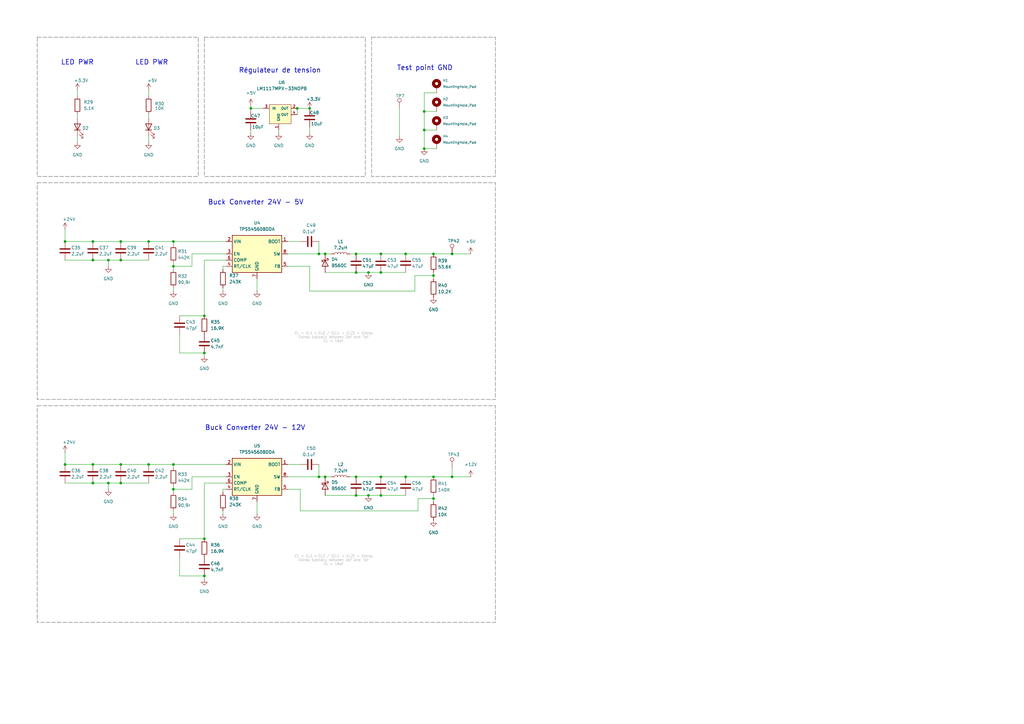
<source format=kicad_sch>
(kicad_sch (version 20231120) (generator "eeschema") (generator_version "8.0")
  (paper "A3")
  (lib_symbols
    (symbol "Diode:SS34" (pin_numbers hide) (pin_names (offset 1.016) hide)
      (property "Reference" "D" (at 0 2.54 0))
      (property "Value" "SS34" (at 0 -2.54 0))
      (symbol "SS34_0_1"
        (polyline (pts (xy 1.27 0) (xy -1.27 0)))
        (polyline (pts (xy 1.27 1.27) (xy 1.27 -1.27) (xy -1.27 0) (xy 1.27 1.27)) (stroke (width 0.254)))
        (polyline (pts (xy -1.905 0.635) (xy -1.905 1.27) (xy -1.27 1.27) (xy -1.27 -1.27) (xy -0.635 -1.27) (xy -0.635 -0.635)) (stroke (width 0.254)))
      )
      (symbol "SS34_1_1"
        (pin passive line (at -3.81 0 0) (length 2.54) (name "K") (number "1"))
        (pin passive line (at 3.81 0 180) (length 2.54) (name "A") (number "2"))
      )
    )
    (symbol "Mechanical:MountingHole_Pad" (pin_numbers hide) (pin_names (offset 1.016) hide) (exclude_from_sim yes) (in_bom no)
      (property "Reference" "H" (at 0 6.35 0))
      (property "Value" "MountingHole_Pad" (at 0 4.445 0))
      (symbol "MountingHole_Pad_0_1"
        (circle (center 0 1.27) (radius 1.27) (stroke (width 1.27)))
      )
      (symbol "MountingHole_Pad_1_1"
        (pin input line (at 0 -2.54 90) (length 2.54) (name "1") (number "1"))
      )
    )
    (symbol "Modules_domotiques_V2:+3.3V" (power) (pin_numbers hide) (pin_names (offset 0) hide)
      (property "Value" "+3.3V" (at 0 3.556 0))
      (symbol "+3.3V_0_1"
        (polyline (pts (xy -0.762 1.27) (xy 0 2.54)))
        (polyline (pts (xy 0 0) (xy 0 2.54)))
        (polyline (pts (xy 0 2.54) (xy 0.762 1.27)))
      )
      (symbol "+3.3V_1_1"
        (pin power_in line (at 0 0 90) (length 0) (name "~") (number "1"))
      )
    )
    (symbol "Modules_domotiques_V2:C" (pin_numbers hide) (pin_names (offset 0.254))
      (property "Reference" "C" (at 0.635 2.54 0))
      (property "Value" "C" (at 0.635 -2.54 0))
      (symbol "C_0_1"
        (polyline (pts (xy -2.032 -0.762) (xy 2.032 -0.762)) (stroke (width 0.508)))
        (polyline (pts (xy -2.032 0.762) (xy 2.032 0.762)) (stroke (width 0.508)))
      )
      (symbol "C_1_1"
        (pin passive line (at 0 3.81 270) (length 2.794) (name "~") (number "1"))
        (pin passive line (at 0 -3.81 90) (length 2.794) (name "~") (number "2"))
      )
    )
    (symbol "Modules_domotiques_V2:GND" (power) (pin_numbers hide) (pin_names (offset 0) hide)
      (property "Value" "GND" (at 0 -3.81 0))
      (symbol "GND_0_1"
        (polyline (pts (xy 0 0) (xy 0 -1.27) (xy 1.27 -1.27) (xy 0 -2.54) (xy -1.27 -1.27) (xy 0 -1.27)))
      )
      (symbol "GND_1_1"
        (pin power_in line (at 0 0 270) (length 0) (name "~") (number "1"))
      )
    )
    (symbol "Modules_domotiques_V2:LM1117MPX-33NOPB_Arnaud" (pin_names (offset 1.016))
      (property "Reference" "U" (at 0 5.08 0))
      (property "Value" "LM1117MPX-33NOPB_Arnaud" (at 0 7.62 0))
      (symbol "LM1117MPX-33NOPB_Arnaud_1_1"
        (rectangle (start 0 0.254) (end 8.89 -7.62) (fill (type background)))
        (pin power_in line (at 3.81 -10.16 90) (length 2.54) (name "GND") (number "1"))
        (pin output line (at 11.43 -1.27 180) (length 2.54) (name "OUT") (number "2"))
        (pin power_in line (at -2.54 -1.27 0) (length 2.54) (name "IN") (number "3"))
        (pin output line (at 11.43 -3.81 180) (length 2.54) (name "OUT") (number "4"))
      )
    )
    (symbol "PnP_Mother_Board:+3.3V" (power) (pin_numbers hide) (pin_names (offset 0) hide)
      (property "Value" "+3.3V" (at 0 3.556 0))
      (symbol "+3.3V_0_1"
        (polyline (pts (xy -0.762 1.27) (xy 0 2.54)))
        (polyline (pts (xy 0 0) (xy 0 2.54)))
        (polyline (pts (xy 0 2.54) (xy 0.762 1.27)))
      )
      (symbol "+3.3V_1_1"
        (pin power_in line (at 0 0 90) (length 0) (name "~") (number "1"))
      )
    )
    (symbol "PnP_Mother_Board:+5V" (power) (pin_numbers hide) (pin_names (offset 0) hide)
      (property "Value" "+5V" (at 0 3.556 0))
      (symbol "+5V_0_1"
        (polyline (pts (xy -0.762 1.27) (xy 0 2.54)))
        (polyline (pts (xy 0 0) (xy 0 2.54)))
        (polyline (pts (xy 0 2.54) (xy 0.762 1.27)))
      )
      (symbol "+5V_1_1"
        (pin power_in line (at 0 0 90) (length 0) (name "~") (number "1"))
      )
    )
    (symbol "PnP_Mother_Board:C" (pin_numbers hide) (pin_names (offset 0.254))
      (property "Reference" "C" (at 0.635 2.54 0))
      (property "Value" "C" (at 0.635 -2.54 0))
      (symbol "C_0_1"
        (polyline (pts (xy -2.032 -0.762) (xy 2.032 -0.762)) (stroke (width 0.508)))
        (polyline (pts (xy -2.032 0.762) (xy 2.032 0.762)) (stroke (width 0.508)))
      )
      (symbol "C_1_1"
        (pin passive line (at 0 3.81 270) (length 2.794) (name "~") (number "1"))
        (pin passive line (at 0 -3.81 90) (length 2.794) (name "~") (number "2"))
      )
    )
    (symbol "PnP_Mother_Board:GND" (power) (pin_numbers hide) (pin_names (offset 0) hide)
      (property "Value" "GND" (at 0 -3.81 0))
      (symbol "GND_0_1"
        (polyline (pts (xy 0 0) (xy 0 -1.27) (xy 1.27 -1.27) (xy 0 -2.54) (xy -1.27 -1.27) (xy 0 -1.27)))
      )
      (symbol "GND_1_1"
        (pin power_in line (at 0 0 270) (length 0) (name "~") (number "1"))
      )
    )
    (symbol "PnP_Mother_Board:L" (pin_numbers hide) (pin_names (offset 1.016) hide)
      (property "Reference" "L" (at -1.27 0 90))
      (property "Value" "L" (at 1.905 0 90))
      (symbol "L_0_1"
        (arc (start 0 -2.54) (mid 0.6323 -1.905) (end 0 -1.27))
        (arc (start 0 -1.27) (mid 0.6323 -0.635) (end 0 0))
        (arc (start 0 0) (mid 0.6323 0.635) (end 0 1.27))
        (arc (start 0 1.27) (mid 0.6323 1.905) (end 0 2.54))
      )
      (symbol "L_1_1"
        (pin passive line (at 0 3.81 270) (length 1.27) (name "1") (number "1"))
        (pin passive line (at 0 -3.81 90) (length 1.27) (name "2") (number "2"))
      )
    )
    (symbol "PnP_Mother_Board:LED" (pin_numbers hide) (pin_names (offset 1.016) hide)
      (property "Reference" "D" (at 0 2.54 0))
      (property "Value" "LED" (at 0 -2.54 0))
      (symbol "LED_0_1"
        (polyline (pts (xy -1.27 -1.27) (xy -1.27 1.27)) (stroke (width 0.254)))
        (polyline (pts (xy -1.27 0) (xy 1.27 0)))
        (polyline (pts (xy 1.27 -1.27) (xy 1.27 1.27) (xy -1.27 0) (xy 1.27 -1.27)) (stroke (width 0.254)))
        (polyline (pts (xy -3.048 -0.762) (xy -4.572 -2.286) (xy -3.81 -2.286) (xy -4.572 -2.286) (xy -4.572 -1.524)))
        (polyline (pts (xy -1.778 -0.762) (xy -3.302 -2.286) (xy -2.54 -2.286) (xy -3.302 -2.286) (xy -3.302 -1.524)))
      )
      (symbol "LED_1_1"
        (pin passive line (at -3.81 0 0) (length 2.54) (name "K") (number "1"))
        (pin passive line (at 3.81 0 180) (length 2.54) (name "A") (number "2"))
      )
    )
    (symbol "PnP_Mother_Board:R" (pin_numbers hide) (pin_names (offset 0))
      (property "Reference" "R" (at 2.032 0 90))
      (property "Value" "R" (at 0 0 90))
      (symbol "R_0_1"
        (rectangle (start -1.016 -2.54) (end 1.016 2.54) (stroke (width 0.254)))
      )
      (symbol "R_1_1"
        (pin passive line (at 0 3.81 270) (length 1.27) (name "~") (number "1"))
        (pin passive line (at 0 -3.81 90) (length 1.27) (name "~") (number "2"))
      )
    )
    (symbol "PnP_Mother_Board:TestPoint" (pin_numbers hide) (pin_names (offset 0.762) hide)
      (property "Reference" "TP" (at 0 6.858 0))
      (property "Value" "TestPoint" (at 0 5.08 0))
      (symbol "TestPoint_0_1"
        (circle (center 0 3.302) (radius 0.762))
      )
      (symbol "TestPoint_1_1"
        (pin passive line (at 0 0 90) (length 2.54) (name "1") (number "1"))
      )
    )
    (symbol "Regulator_Switching:TPS54560BDDA"
      (property "Reference" "U" (at -6.35 8.89 0))
      (property "Value" "TPS54560BDDA" (at 10.16 8.89 0))
      (symbol "TPS54560BDDA_0_1"
        (rectangle (start -10.16 7.62) (end 10.16 -7.62) (stroke (width 0.254)) (fill (type background)))
      )
      (symbol "TPS54560BDDA_1_1"
        (pin passive line (at 12.7 5.08 180) (length 2.54) (name "BOOT") (number "1"))
        (pin power_in line (at -12.7 5.08 0) (length 2.54) (name "VIN") (number "2"))
        (pin input line (at -12.7 0 0) (length 2.54) (name "EN") (number "3"))
        (pin passive line (at -12.7 -5.08 0) (length 2.54) (name "RT/CLK") (number "4"))
        (pin input line (at 12.7 -5.08 180) (length 2.54) (name "FB") (number "5"))
        (pin output line (at -12.7 -2.54 0) (length 2.54) (name "COMP") (number "6"))
        (pin power_in line (at 0 -10.16 90) (length 2.54) (name "GND") (number "7"))
        (pin power_out line (at 12.7 0 180) (length 2.54) (name "SW") (number "8"))
        (pin passive line (at 0 -10.16 90) (length 2.54) hide (name "GND") (number "9"))
      )
    )
  )
  (junction (at 177.8 104.14))
  (junction (at 133.35 104.14))
  (junction (at 121.92 44.45))
  (junction (at 146.05 104.14))
  (junction (at 49.53 99.06))
  (junction (at 60.96 99.06))
  (junction (at 146.05 195.58))
  (junction (at 71.12 190.5))
  (junction (at 60.96 190.5))
  (junction (at 151.13 203.2))
  (junction (at 146.05 111.76))
  (junction (at 156.21 104.14))
  (junction (at 44.45 106.68))
  (junction (at 71.12 200.66))
  (junction (at 71.12 109.22))
  (junction (at 38.1 99.06))
  (junction (at 38.1 190.5))
  (junction (at 83.82 236.22))
  (junction (at 49.53 190.5))
  (junction (at 83.82 220.98))
  (junction (at 173.99 53.34))
  (junction (at 151.13 111.76))
  (junction (at 71.12 99.06))
  (junction (at 38.1 106.68))
  (junction (at 156.21 195.58))
  (junction (at 166.37 195.58))
  (junction (at 177.8 113.03))
  (junction (at 49.53 198.12))
  (junction (at 38.1 198.12))
  (junction (at 49.53 106.68))
  (junction (at 173.99 60.96))
  (junction (at 26.67 99.06))
  (junction (at 177.8 204.47))
  (junction (at 173.99 45.72))
  (junction (at 133.35 195.58))
  (junction (at 127 44.45))
  (junction (at 83.82 129.54))
  (junction (at 26.67 190.5))
  (junction (at 177.8 195.58))
  (junction (at 185.42 195.58))
  (junction (at 130.81 104.14))
  (junction (at 83.82 144.78))
  (junction (at 156.21 203.2))
  (junction (at 130.81 195.58))
  (junction (at 166.37 104.14))
  (junction (at 146.05 203.2))
  (junction (at 102.87 44.45))
  (junction (at 156.21 111.76))
  (junction (at 44.45 198.12))
  (junction (at 185.42 104.14))
  (wire (pts (xy 73.66 228.6) (xy 73.66 236.22)))
  (wire (pts (xy 73.66 236.22) (xy 83.82 236.22)))
  (wire (pts (xy 60.96 190.5) (xy 71.12 190.5)))
  (wire (pts (xy 133.35 195.58) (xy 135.89 195.58)))
  (wire (pts (xy 171.45 209.55) (xy 171.45 204.47)))
  (wire (pts (xy 38.1 99.06) (xy 49.53 99.06)))
  (wire (pts (xy 156.21 195.58) (xy 166.37 195.58)))
  (wire (pts (xy 102.87 43.18) (xy 102.87 44.45)))
  (wire (pts (xy 127 52.07) (xy 127 54.61)))
  (wire (pts (xy 78.74 104.14) (xy 78.74 109.22)))
  (wire (pts (xy 170.18 119.38) (xy 170.18 113.03)))
  (wire (pts (xy 114.3 53.34) (xy 114.3 54.61)))
  (wire (pts (xy 146.05 195.58) (xy 143.51 195.58)))
  (wire (pts (xy 177.8 195.58) (xy 185.42 195.58)))
  (wire (pts (xy 31.75 55.88) (xy 31.75 58.42)))
  (wire (pts (xy 146.05 104.14) (xy 156.21 104.14)))
  (wire (pts (xy 130.81 104.14) (xy 130.81 99.06)))
  (wire (pts (xy 26.67 99.06) (xy 38.1 99.06)))
  (wire (pts (xy 49.53 106.68) (xy 60.96 106.68)))
  (wire (pts (xy 177.8 111.76) (xy 177.8 113.03)))
  (wire (pts (xy 26.67 198.12) (xy 38.1 198.12)))
  (wire (pts (xy 92.71 109.22) (xy 91.44 109.22)))
  (wire (pts (xy 173.99 60.96) (xy 179.07 60.96)))
  (wire (pts (xy 26.67 185.42) (xy 26.67 190.5)))
  (wire (pts (xy 26.67 190.5) (xy 38.1 190.5)))
  (wire (pts (xy 156.21 111.76) (xy 166.37 111.76)))
  (wire (pts (xy 71.12 118.11) (xy 71.12 119.38)))
  (wire (pts (xy 185.42 191.77) (xy 185.42 195.58)))
  (wire (pts (xy 163.83 44.45) (xy 163.83 55.88)))
  (wire (pts (xy 78.74 195.58) (xy 78.74 200.66)))
  (wire (pts (xy 118.11 99.06) (xy 123.19 99.06)))
  (wire (pts (xy 44.45 109.22) (xy 44.45 106.68)))
  (wire (pts (xy 71.12 190.5) (xy 71.12 191.77)))
  (wire (pts (xy 146.05 104.14) (xy 143.51 104.14)))
  (wire (pts (xy 83.82 198.12) (xy 83.82 220.98)))
  (wire (pts (xy 173.99 38.1) (xy 173.99 45.72)))
  (wire (pts (xy 73.66 129.54) (xy 83.82 129.54)))
  (wire (pts (xy 92.71 99.06) (xy 71.12 99.06)))
  (wire (pts (xy 123.19 209.55) (xy 171.45 209.55)))
  (wire (pts (xy 151.13 111.76) (xy 156.21 111.76)))
  (wire (pts (xy 123.19 200.66) (xy 123.19 209.55)))
  (wire (pts (xy 31.75 36.83) (xy 31.75 39.37)))
  (wire (pts (xy 92.71 198.12) (xy 83.82 198.12)))
  (wire (pts (xy 102.87 45.72) (xy 102.87 44.45)))
  (wire (pts (xy 78.74 200.66) (xy 71.12 200.66)))
  (wire (pts (xy 173.99 45.72) (xy 173.99 53.34)))
  (wire (pts (xy 130.81 104.14) (xy 133.35 104.14)))
  (wire (pts (xy 60.96 99.06) (xy 71.12 99.06)))
  (wire (pts (xy 38.1 106.68) (xy 44.45 106.68)))
  (wire (pts (xy 83.82 106.68) (xy 83.82 129.54)))
  (wire (pts (xy 102.87 53.34) (xy 102.87 54.61)))
  (wire (pts (xy 38.1 190.5) (xy 49.53 190.5)))
  (wire (pts (xy 83.82 146.05) (xy 83.82 144.78)))
  (wire (pts (xy 91.44 119.38) (xy 91.44 118.11)))
  (wire (pts (xy 44.45 106.68) (xy 49.53 106.68)))
  (wire (pts (xy 177.8 203.2) (xy 177.8 204.47)))
  (wire (pts (xy 73.66 220.98) (xy 83.82 220.98)))
  (wire (pts (xy 92.71 190.5) (xy 71.12 190.5)))
  (wire (pts (xy 185.42 104.14) (xy 193.04 104.14)))
  (wire (pts (xy 166.37 195.58) (xy 177.8 195.58)))
  (wire (pts (xy 173.99 53.34) (xy 173.99 60.96)))
  (wire (pts (xy 127 109.22) (xy 127 119.38)))
  (wire (pts (xy 73.66 144.78) (xy 83.82 144.78)))
  (wire (pts (xy 171.45 204.47) (xy 177.8 204.47)))
  (wire (pts (xy 133.35 203.2) (xy 146.05 203.2)))
  (wire (pts (xy 121.92 44.45) (xy 127 44.45)))
  (wire (pts (xy 31.75 46.99) (xy 31.75 48.26)))
  (wire (pts (xy 91.44 200.66) (xy 91.44 201.93)))
  (wire (pts (xy 60.96 55.88) (xy 60.96 58.42)))
  (wire (pts (xy 118.11 104.14) (xy 130.81 104.14)))
  (wire (pts (xy 92.71 104.14) (xy 78.74 104.14)))
  (wire (pts (xy 156.21 203.2) (xy 166.37 203.2)))
  (wire (pts (xy 130.81 195.58) (xy 130.81 190.5)))
  (wire (pts (xy 60.96 36.83) (xy 60.96 39.37)))
  (wire (pts (xy 49.53 190.5) (xy 60.96 190.5)))
  (wire (pts (xy 38.1 198.12) (xy 44.45 198.12)))
  (wire (pts (xy 179.07 38.1) (xy 173.99 38.1)))
  (wire (pts (xy 49.53 99.06) (xy 60.96 99.06)))
  (wire (pts (xy 49.53 198.12) (xy 60.96 198.12)))
  (wire (pts (xy 130.81 195.58) (xy 133.35 195.58)))
  (wire (pts (xy 71.12 99.06) (xy 71.12 100.33)))
  (wire (pts (xy 44.45 198.12) (xy 49.53 198.12)))
  (wire (pts (xy 71.12 200.66) (xy 71.12 201.93)))
  (wire (pts (xy 133.35 104.14) (xy 135.89 104.14)))
  (wire (pts (xy 71.12 209.55) (xy 71.12 210.82)))
  (wire (pts (xy 102.87 44.45) (xy 107.95 44.45)))
  (wire (pts (xy 92.71 195.58) (xy 78.74 195.58)))
  (wire (pts (xy 146.05 195.58) (xy 156.21 195.58)))
  (wire (pts (xy 26.67 106.68) (xy 38.1 106.68)))
  (wire (pts (xy 91.44 109.22) (xy 91.44 110.49)))
  (wire (pts (xy 179.07 45.72) (xy 173.99 45.72)))
  (wire (pts (xy 71.12 109.22) (xy 71.12 110.49)))
  (wire (pts (xy 179.07 53.34) (xy 173.99 53.34)))
  (wire (pts (xy 44.45 200.66) (xy 44.45 198.12)))
  (wire (pts (xy 73.66 137.16) (xy 73.66 144.78)))
  (wire (pts (xy 133.35 111.76) (xy 146.05 111.76)))
  (wire (pts (xy 78.74 109.22) (xy 71.12 109.22)))
  (wire (pts (xy 92.71 200.66) (xy 91.44 200.66)))
  (wire (pts (xy 170.18 113.03) (xy 177.8 113.03)))
  (wire (pts (xy 177.8 104.14) (xy 185.42 104.14)))
  (wire (pts (xy 146.05 111.76) (xy 151.13 111.76)))
  (wire (pts (xy 105.41 114.3) (xy 105.41 119.38)))
  (wire (pts (xy 151.13 203.2) (xy 156.21 203.2)))
  (wire (pts (xy 92.71 106.68) (xy 83.82 106.68)))
  (wire (pts (xy 60.96 46.99) (xy 60.96 48.26)))
  (wire (pts (xy 127 119.38) (xy 170.18 119.38)))
  (wire (pts (xy 166.37 104.14) (xy 177.8 104.14)))
  (wire (pts (xy 71.12 107.95) (xy 71.12 109.22)))
  (wire (pts (xy 118.11 190.5) (xy 123.19 190.5)))
  (wire (pts (xy 26.67 93.98) (xy 26.67 99.06)))
  (wire (pts (xy 83.82 237.49) (xy 83.82 236.22)))
  (wire (pts (xy 121.92 44.45) (xy 121.92 46.99)))
  (wire (pts (xy 91.44 210.82) (xy 91.44 209.55)))
  (wire (pts (xy 156.21 104.14) (xy 166.37 104.14)))
  (wire (pts (xy 71.12 199.39) (xy 71.12 200.66)))
  (wire (pts (xy 105.41 205.74) (xy 105.41 210.82)))
  (wire (pts (xy 118.11 200.66) (xy 123.19 200.66)))
  (wire (pts (xy 118.11 195.58) (xy 130.81 195.58)))
  (wire (pts (xy 146.05 203.2) (xy 151.13 203.2)))
  (wire (pts (xy 118.11 109.22) (xy 127 109.22)))
  (wire (pts (xy 185.42 195.58) (xy 193.04 195.58)))
  (wire (pts (xy 177.8 204.47) (xy 177.8 205.74)))
  (wire (pts (xy 177.8 113.03) (xy 177.8 114.3)))
  (rectangle (start 15.24 15.24) (end 81.28 72.39) (stroke (width 0) (type dash) (color 72 72 72 1)))
  (rectangle (start 15.24 166.37) (end 203.2 255.27) (stroke (width 0) (type dash) (color 72 72 72 1)))
  (rectangle (start 152.4 15.24) (end 203.2 72.39) (stroke (width 0) (type dash) (color 72 72 72 1)))
  (rectangle (start 15.24 74.93) (end 203.2 163.83) (stroke (width 0) (type dash) (color 72 72 72 1)))
  (rectangle (start 83.82 15.24) (end 149.86 72.39) (stroke (width 0) (type dash) (color 72 72 72 1)))
  (text "Buck Converter 24V - 5V" (at 104.902 83.058 0) (effects (font (size 2 2) (thickness 0.25))))
  (text "LED PWR\n" (at 62.23 25.654 0) (effects (font (size 2 2) (thickness 0.25))))
  (text " CL = CL1 x CL2 / (CL1 + CL2) + Cstray \nCstray typically between 2pF and 7pF\nCL = 16pF\n" (at 136.906 138.43 0) (effects (font (size 1 1))))
  (text " CL = CL1 x CL2 / (CL1 + CL2) + Cstray \nCstray typically between 2pF and 7pF\nCL = 16pF\n" (at 136.906 229.87 0) (effects (font (size 1 1))))
  (text "Régulateur de tension" (at 114.808 28.956 0) (effects (font (size 2 2) (thickness 0.25))))
  (text "Buck Converter 24V - 12V" (at 104.648 175.514 0) (effects (font (size 2 2) (thickness 0.25))))
  (text "Test point GND\n" (at 174.244 27.94 0) (effects (font (size 2 2) (thickness 0.25))))
  (text "LED PWR\n" (at 31.75 25.654 0) (effects (font (size 2 2) (thickness 0.25))))
  (symbol (lib_id "PnP_Mother_Board:C") (at 166.37 199.39 0) (unit 1)
    (property "Reference" "C56" (at 168.91 198.12 0) (effects (justify left)))
    (property "Value" "47uF" (at 168.91 200.66 0) (effects (justify left)))
    (property "Footprint" "Capacitor_SMD:C_0805_2012Metric_Pad1.18x1.45mm_HandSolder" (effects (hide yes)))
    (property "Description" "Unpolarized capacitor" (effects (hide yes)))
  )
  (symbol (lib_id "PnP_Mother_Board:LED") (at 60.96 52.07 90) (unit 1)
    (property "Reference" "D3" (at 64.262 52.578 90))
    (property "Value" "LED" (effects (hide yes)))
    (property "Footprint" "LED_SMD:LED_0805_2012Metric_Pad1.15x1.40mm_HandSolder" (effects (hide yes)))
    (property "Description" "Light emitting diode" (effects (hide yes)))
  )
  (symbol (lib_id "PnP_Mother_Board:R") (at 71.12 195.58 0) (unit 1)
    (property "Reference" "R33" (at 72.898 194.564 0) (effects (justify left)))
    (property "Value" "442K" (at 72.898 197.104 0) (effects (justify left)))
    (property "Footprint" "Resistor_SMD:R_0805_2012Metric_Pad1.20x1.40mm_HandSolder" (effects (hide yes)))
    (property "Description" "Resistor" (effects (hide yes)))
  )
  (symbol (lib_id "Modules_domotiques_V2:GND") (at 127 54.61 0) (unit 1)
    (property "Reference" "#PWR073" (effects (hide yes)))
    (property "Value" "GND" (at 127 59.69 0))
    (property "Description" "Power symbol creates a global label with name \"GND\" , ground" (effects (hide yes)))
  )
  (symbol (lib_id "PnP_Mother_Board:R") (at 177.8 199.39 0) (unit 1)
    (property "Reference" "R41" (at 179.578 198.374 0) (effects (justify left)))
    (property "Value" "140K" (at 179.578 200.914 0) (effects (justify left)))
    (property "Footprint" "Resistor_SMD:R_0805_2012Metric_Pad1.20x1.40mm_HandSolder" (effects (hide yes)))
    (property "Description" "Resistor" (effects (hide yes)))
  )
  (symbol (lib_id "Modules_domotiques_V2:C") (at 102.87 49.53 0) (unit 1)
    (property "Reference" "C47" (at 102.87 47.498 0) (effects (justify left)))
    (property "Value" "10uF" (at 103.378 52.07 0) (effects (justify left)))
    (property "Footprint" "Capacitor_SMD:C_0805_2012Metric_Pad1.18x1.45mm_HandSolder" (effects (hide yes)))
    (property "Description" "Unpolarized capacitor" (effects (hide yes)))
  )
  (symbol (lib_id "PnP_Mother_Board:+5V") (at 26.67 185.42 0) (unit 1)
    (property "Reference" "#PWR054" (effects (hide yes)))
    (property "Value" "+24V" (at 25.654 181.356 0) (effects (justify left)))
    (property "Description" "Power symbol creates a global label with name \"+5V\"" (effects (hide yes)))
  )
  (symbol (lib_id "Modules_domotiques_V2:GND") (at 114.3 54.61 0) (unit 1)
    (property "Reference" "#PWR071" (effects (hide yes)))
    (property "Value" "GND" (at 114.3 59.69 0))
    (property "Description" "Power symbol creates a global label with name \"GND\" , ground" (effects (hide yes)))
  )
  (symbol (lib_id "Diode:SS34") (at 133.35 107.95 270) (unit 1)
    (property "Reference" "D4" (at 135.89 106.3624 90) (effects (justify left)))
    (property "Value" "B560C" (at 135.89 108.9024 90) (effects (justify left)))
    (property "Footprint" "Diode_SMD:D_SMA" (effects (hide yes)))
    (property "Datasheet" "https://www.vishay.com/docs/88751/ss32.pdf" (effects (hide yes)))
    (property "Description" "40V 3A Schottky Diode, SMA" (effects (hide yes)))
  )
  (symbol (lib_id "PnP_Mother_Board:+5V") (at 26.67 93.98 0) (unit 1)
    (property "Reference" "#PWR053" (effects (hide yes)))
    (property "Value" "+24V" (at 25.654 89.916 0) (effects (justify left)))
    (property "Description" "Power symbol creates a global label with name \"+5V\"" (effects (hide yes)))
  )
  (symbol (lib_id "PnP_Mother_Board:GND") (at 151.13 111.76 0) (unit 1)
    (property "Reference" "#PWR074" (effects (hide yes)))
    (property "Value" "GND" (at 151.13 116.84 0))
    (property "Description" "Power symbol creates a global label with name \"GND\" , ground" (effects (hide yes)))
  )
  (symbol (lib_id "PnP_Mother_Board:L") (at 139.7 104.14 90) (unit 1)
    (property "Reference" "L1" (at 139.7 99.06 90))
    (property "Value" "7,2uH" (at 139.7 101.6 90))
    (property "Footprint" "Inductor_SMD:L_Sunlord_MWSA0603S" (effects (hide yes)))
    (property "Description" "Inductor" (effects (hide yes)))
  )
  (symbol (lib_id "PnP_Mother_Board:R") (at 71.12 104.14 0) (unit 1)
    (property "Reference" "R31" (at 72.898 103.124 0) (effects (justify left)))
    (property "Value" "442K" (at 72.898 105.664 0) (effects (justify left)))
    (property "Footprint" "Resistor_SMD:R_0805_2012Metric_Pad1.20x1.40mm_HandSolder" (effects (hide yes)))
    (property "Description" "Resistor" (effects (hide yes)))
  )
  (symbol (lib_id "PnP_Mother_Board:GND") (at 163.83 55.88 0) (unit 1)
    (property "Reference" "#PWR076" (effects (hide yes)))
    (property "Value" "GND" (at 163.83 60.96 0))
    (property "Description" "Power symbol creates a global label with name \"GND\" , ground" (effects (hide yes)))
  )
  (symbol (lib_id "PnP_Mother_Board:C") (at 38.1 194.31 0) (unit 1)
    (property "Reference" "C38" (at 40.64 193.04 0) (effects (justify left)))
    (property "Value" "2,2uF" (at 40.64 195.58 0) (effects (justify left)))
    (property "Footprint" "Capacitor_SMD:C_0805_2012Metric_Pad1.18x1.45mm_HandSolder" (effects (hide yes)))
    (property "Description" "Unpolarized capacitor" (effects (hide yes)))
  )
  (symbol (lib_id "PnP_Mother_Board:R") (at 83.82 133.35 0) (unit 1)
    (property "Reference" "R35" (at 86.36 132.0799 0) (effects (justify left)))
    (property "Value" "16.9K" (at 86.36 134.6199 0) (effects (justify left)))
    (property "Footprint" "Resistor_SMD:R_0805_2012Metric_Pad1.20x1.40mm_HandSolder" (effects (hide yes)))
    (property "Description" "Resistor" (effects (hide yes)))
  )
  (symbol (lib_id "PnP_Mother_Board:GND") (at 151.13 203.2 0) (unit 1)
    (property "Reference" "#PWR075" (effects (hide yes)))
    (property "Value" "GND" (at 151.13 208.28 0))
    (property "Description" "Power symbol creates a global label with name \"GND\" , ground" (effects (hide yes)))
  )
  (symbol (lib_id "Modules_domotiques_V2:C") (at 127 48.26 0) (unit 1)
    (property "Reference" "C48" (at 127 46.228 0) (effects (justify left)))
    (property "Value" "10uF" (at 127.508 50.8 0) (effects (justify left)))
    (property "Footprint" "Capacitor_SMD:C_0805_2012Metric_Pad1.18x1.45mm_HandSolder" (effects (hide yes)))
    (property "Description" "Unpolarized capacitor" (effects (hide yes)))
  )
  (symbol (lib_id "PnP_Mother_Board:C") (at 26.67 194.31 0) (unit 1)
    (property "Reference" "C36" (at 29.21 193.04 0) (effects (justify left)))
    (property "Value" "2,2uF" (at 29.21 195.58 0) (effects (justify left)))
    (property "Footprint" "Capacitor_SMD:C_0805_2012Metric_Pad1.18x1.45mm_HandSolder" (effects (hide yes)))
    (property "Description" "Unpolarized capacitor" (effects (hide yes)))
  )
  (symbol (lib_id "PnP_Mother_Board:TestPoint") (at 185.42 191.77 0) (unit 1)
    (property "Reference" "TP43" (at 183.642 186.436 0) (effects (justify left)))
    (property "Footprint" "PnP_Mother_Board:TestPoint_KEYSTONE_5029" (effects (hide yes)))
    (property "Description" "test point" (effects (hide yes)))
  )
  (symbol (lib_id "PnP_Mother_Board:C") (at 38.1 102.87 0) (unit 1)
    (property "Reference" "C37" (at 40.64 101.6 0) (effects (justify left)))
    (property "Value" "2,2uF" (at 40.64 104.14 0) (effects (justify left)))
    (property "Footprint" "Capacitor_SMD:C_0805_2012Metric_Pad1.18x1.45mm_HandSolder" (effects (hide yes)))
    (property "Description" "Unpolarized capacitor" (effects (hide yes)))
  )
  (symbol (lib_id "PnP_Mother_Board:C") (at 156.21 107.95 0) (unit 1)
    (property "Reference" "C53" (at 158.75 106.68 0) (effects (justify left)))
    (property "Value" "47uF" (at 158.75 109.22 0) (effects (justify left)))
    (property "Footprint" "Capacitor_SMD:C_0805_2012Metric_Pad1.18x1.45mm_HandSolder" (effects (hide yes)))
    (property "Description" "Unpolarized capacitor" (effects (hide yes)))
  )
  (symbol (lib_id "PnP_Mother_Board:C") (at 26.67 102.87 0) (unit 1)
    (property "Reference" "C35" (at 29.21 101.6 0) (effects (justify left)))
    (property "Value" "2,2uF" (at 29.21 104.14 0) (effects (justify left)))
    (property "Footprint" "Capacitor_SMD:C_0805_2012Metric_Pad1.18x1.45mm_HandSolder" (effects (hide yes)))
    (property "Description" "Unpolarized capacitor" (effects (hide yes)))
  )
  (symbol (lib_id "Mechanical:MountingHole_Pad") (at 179.07 50.8 0) (unit 1) (exclude_from_sim yes) (in_bom no)
    (property "Reference" "H3" (at 181.61 48.26 0) (effects (font (size 1 1)) (justify left)))
    (property "Value" "MountingHole_Pad" (at 181.61 50.8 0) (effects (font (size 1 1)) (justify left)))
    (property "Footprint" "MountingHole:MountingHole_3.2mm_M3_DIN965_Pad" (effects (hide yes)))
    (property "Description" "Mounting Hole with connection" (effects (hide yes)))
  )
  (symbol (lib_id "PnP_Mother_Board:R") (at 71.12 205.74 0) (unit 1)
    (property "Reference" "R34" (at 72.898 204.724 0) (effects (justify left)))
    (property "Value" "90,9r" (at 72.898 207.264 0) (effects (justify left)))
    (property "Footprint" "Resistor_SMD:R_0805_2012Metric_Pad1.20x1.40mm_HandSolder" (effects (hide yes)))
    (property "Description" "Resistor" (effects (hide yes)))
  )
  (symbol (lib_id "PnP_Mother_Board:R") (at 31.75 43.18 0) (unit 1)
    (property "Reference" "R29" (at 34.29 41.9099 0) (effects (justify left)))
    (property "Value" "5.1K" (at 34.29 44.4499 0) (effects (justify left)))
    (property "Footprint" "Resistor_SMD:R_0805_2012Metric_Pad1.20x1.40mm_HandSolder" (effects (hide yes)))
    (property "Description" "Resistor" (effects (hide yes)))
  )
  (symbol (lib_id "PnP_Mother_Board:C") (at 49.53 194.31 0) (unit 1)
    (property "Reference" "C40" (at 52.07 193.04 0) (effects (justify left)))
    (property "Value" "2,2uF" (at 52.07 195.58 0) (effects (justify left)))
    (property "Footprint" "Capacitor_SMD:C_0805_2012Metric_Pad1.18x1.45mm_HandSolder" (effects (hide yes)))
    (property "Description" "Unpolarized capacitor" (effects (hide yes)))
  )
  (symbol (lib_id "Mechanical:MountingHole_Pad") (at 179.07 43.18 0) (unit 1) (exclude_from_sim yes) (in_bom no)
    (property "Reference" "H2" (at 181.61 40.64 0) (effects (font (size 1 1)) (justify left)))
    (property "Value" "MountingHole_Pad" (at 181.61 43.18 0) (effects (font (size 1 1)) (justify left)))
    (property "Footprint" "MountingHole:MountingHole_3.2mm_M3_DIN965_Pad" (effects (hide yes)))
    (property "Description" "Mounting Hole with connection" (effects (hide yes)))
  )
  (symbol (lib_id "PnP_Mother_Board:GND") (at 91.44 210.82 0) (unit 1)
    (property "Reference" "#PWR066" (effects (hide yes)))
    (property "Value" "GND" (at 91.44 215.9 0))
    (property "Description" "Power symbol creates a global label with name \"GND\" , ground" (effects (hide yes)))
  )
  (symbol (lib_id "PnP_Mother_Board:R") (at 177.8 107.95 0) (unit 1)
    (property "Reference" "R39" (at 179.578 106.934 0) (effects (justify left)))
    (property "Value" "53,6K" (at 179.578 109.474 0) (effects (justify left)))
    (property "Footprint" "Resistor_SMD:R_0805_2012Metric_Pad1.20x1.40mm_HandSolder" (effects (hide yes)))
    (property "Description" "Resistor" (effects (hide yes)))
  )
  (symbol (lib_id "Modules_domotiques_V2:LM1117MPX-33NOPB_Arnaud") (at 110.49 43.18 0) (unit 1)
    (property "Reference" "U6" (at 115.57 33.782 0))
    (property "Value" "LM1117MPX-33NOPB" (at 115.57 36.322 0))
    (property "Footprint" "Package_TO_SOT_SMD:SOT-223" (effects (hide yes)))
    (property "Datasheet" "https://www.onsemi.com/pdf/datasheet/lm1117-d.pdf" (effects (hide yes)))
    (property "Description" "LM1117MPX-33NOPB" (effects (hide yes)))
    (property "accuracy percentage" "1%" (effects (hide yes)))
    (property "ambient temperature range high" "+125°C" (effects (hide yes)))
    (property "ambient temperature range low" "0°C" (effects (hide yes)))
    (property "automotive" "No" (effects (hide yes)))
    (property "category" "IC" (effects (hide yes)))
    (property "device class L1" "Integrated Circuits (ICs)" (effects (hide yes)))
    (property "device class L2" "Power Management ICs" (effects (hide yes)))
    (property "device class L3" "Voltage Regulators - Linear" (effects (hide yes)))
    (property "digikey description" "IC REG LINEAR 3.3V 800MA SOT223" (effects (hide yes)))
    (property "digikey part number" "488-LM1117MPX-33NOPBCT-ND" (effects (hide yes)))
    (property "dropout voltage" "1.07V" (effects (hide yes)))
    (property "footprint url" "https://www.onsemi.com/pub/Collateral/318H-01.PDF" (effects (hide yes)))
    (property "height" "1.8mm" (effects (hide yes)))
    (property "lead free" "Yes" (effects (hide yes)))
    (property "library id" "ee2f85f85eb27ac3" (effects (hide yes)))
    (property "manufacturer" "On Semi" (effects (hide yes)))
    (property "max junction temp" "+150°C" (effects (hide yes)))
    (property "max supply voltage" "20V" (effects (hide yes)))
    (property "mouser description" "800-mA 15-V linear voltage regulator 800-mA 15-V linear voltage regulator" (effects (hide yes)))
    (property "mouser part number" "863-LM1117MPX-33NOPB" (effects (hide yes)))
    (property "nominal supply current" "4.2-6mA" (effects (hide yes)))
    (property "number of outputs" "1" (effects (hide yes)))
    (property "output current" "800mA" (effects (hide yes)))
    (property "output type" "Fixed" (effects (hide yes)))
    (property "output voltage" "3.3V" (effects (hide yes)))
    (property "package" "SOT-223" (effects (hide yes)))
    (property "rohs" "Yes" (effects (hide yes)))
    (property "standoff height" "0.02mm" (effects (hide yes)))
    (property "temperature range high" "+125°C" (effects (hide yes)))
    (property "temperature range low" "-40°C" (effects (hide yes)))
  )
  (symbol (lib_id "PnP_Mother_Board:C") (at 127 190.5 90) (unit 1)
    (property "Reference" "C50" (at 129.54 183.896 90) (effects (justify left)))
    (property "Value" "0.1uF" (at 129.54 186.436 90) (effects (justify left)))
    (property "Footprint" "Capacitor_SMD:C_0805_2012Metric_Pad1.18x1.45mm_HandSolder" (effects (hide yes)))
    (property "Description" "Unpolarized capacitor" (effects (hide yes)))
  )
  (symbol (lib_id "PnP_Mother_Board:+3.3V") (at 193.04 195.58 0) (unit 1)
    (property "Reference" "#PWR080" (effects (hide yes)))
    (property "Value" "+12V" (at 193.04 190.5 0))
    (property "Description" "Power symbol creates a global label with name \"+3.3V\"" (effects (hide yes)))
  )
  (symbol (lib_id "PnP_Mother_Board:LED") (at 31.75 52.07 90) (unit 1)
    (property "Reference" "D2" (at 35.052 52.578 90))
    (property "Value" "LED" (effects (hide yes)))
    (property "Footprint" "LED_SMD:LED_0805_2012Metric_Pad1.15x1.40mm_HandSolder" (effects (hide yes)))
    (property "Description" "Light emitting diode" (effects (hide yes)))
  )
  (symbol (lib_id "PnP_Mother_Board:C") (at 83.82 140.97 0) (unit 1)
    (property "Reference" "C45" (at 86.36 139.7 0) (effects (justify left)))
    (property "Value" "4,7nF" (at 86.36 142.24 0) (effects (justify left)))
    (property "Footprint" "Capacitor_SMD:C_0805_2012Metric_Pad1.18x1.45mm_HandSolder" (effects (hide yes)))
    (property "Description" "Unpolarized capacitor" (effects (hide yes)))
  )
  (symbol (lib_id "PnP_Mother_Board:C") (at 60.96 194.31 0) (unit 1)
    (property "Reference" "C42" (at 63.5 193.04 0) (effects (justify left)))
    (property "Value" "2,2uF" (at 63.5 195.58 0) (effects (justify left)))
    (property "Footprint" "Capacitor_SMD:C_0805_2012Metric_Pad1.18x1.45mm_HandSolder" (effects (hide yes)))
    (property "Description" "Unpolarized capacitor" (effects (hide yes)))
  )
  (symbol (lib_id "PnP_Mother_Board:+3.3V") (at 102.87 43.18 0) (unit 1)
    (property "Reference" "#PWR067" (effects (hide yes)))
    (property "Value" "+5V" (at 102.87 38.1 0))
    (property "Description" "Power symbol creates a global label with name \"+3.3V\"" (effects (hide yes)))
  )
  (symbol (lib_id "PnP_Mother_Board:GND") (at 44.45 200.66 0) (unit 1)
    (property "Reference" "#PWR058" (effects (hide yes)))
    (property "Value" "GND" (at 44.45 205.74 0))
    (property "Description" "Power symbol creates a global label with name \"GND\" , ground" (effects (hide yes)))
  )
  (symbol (lib_id "PnP_Mother_Board:C") (at 166.37 107.95 0) (unit 1)
    (property "Reference" "C55" (at 168.91 106.68 0) (effects (justify left)))
    (property "Value" "47uF" (at 168.91 109.22 0) (effects (justify left)))
    (property "Footprint" "Capacitor_SMD:C_0805_2012Metric_Pad1.18x1.45mm_HandSolder" (effects (hide yes)))
    (property "Description" "Unpolarized capacitor" (effects (hide yes)))
  )
  (symbol (lib_id "Modules_domotiques_V2:GND") (at 102.87 54.61 0) (unit 1)
    (property "Reference" "#PWR068" (effects (hide yes)))
    (property "Value" "GND" (at 102.87 59.69 0))
    (property "Description" "Power symbol creates a global label with name \"GND\" , ground" (effects (hide yes)))
  )
  (symbol (lib_id "PnP_Mother_Board:GND") (at 83.82 237.49 0) (unit 1)
    (property "Reference" "#PWR064" (effects (hide yes)))
    (property "Value" "GND" (at 83.82 242.57 0))
    (property "Description" "Power symbol creates a global label with name \"GND\" , ground" (effects (hide yes)))
  )
  (symbol (lib_id "PnP_Mother_Board:GND") (at 83.82 146.05 0) (unit 1)
    (property "Reference" "#PWR063" (effects (hide yes)))
    (property "Value" "GND" (at 83.82 151.13 0))
    (property "Description" "Power symbol creates a global label with name \"GND\" , ground" (effects (hide yes)))
  )
  (symbol (lib_id "PnP_Mother_Board:C") (at 146.05 199.39 0) (unit 1)
    (property "Reference" "C52" (at 148.59 198.12 0) (effects (justify left)))
    (property "Value" "47uF" (at 148.59 200.66 0) (effects (justify left)))
    (property "Footprint" "Capacitor_SMD:C_0805_2012Metric_Pad1.18x1.45mm_HandSolder" (effects (hide yes)))
    (property "Description" "Unpolarized capacitor" (effects (hide yes)))
  )
  (symbol (lib_id "PnP_Mother_Board:GND") (at 177.8 121.92 0) (unit 1)
    (property "Reference" "#PWR077" (effects (hide yes)))
    (property "Value" "GND" (at 177.8 127 0))
    (property "Description" "Power symbol creates a global label with name \"GND\" , ground" (effects (hide yes)))
  )
  (symbol (lib_id "PnP_Mother_Board:+3.3V") (at 193.04 104.14 0) (unit 1)
    (property "Reference" "#PWR079" (effects (hide yes)))
    (property "Value" "+5V" (at 193.04 99.06 0))
    (property "Description" "Power symbol creates a global label with name \"+3.3V\"" (effects (hide yes)))
  )
  (symbol (lib_id "PnP_Mother_Board:L") (at 139.7 195.58 90) (unit 1)
    (property "Reference" "L2" (at 139.7 190.5 90))
    (property "Value" "7,2uH" (at 139.7 193.04 90))
    (property "Footprint" "Inductor_SMD:L_Sunlord_MWSA0603S" (effects (hide yes)))
    (property "Description" "Inductor" (effects (hide yes)))
  )
  (symbol (lib_id "PnP_Mother_Board:C") (at 73.66 224.79 0) (unit 1)
    (property "Reference" "C44" (at 76.2 223.52 0) (effects (justify left)))
    (property "Value" "47pF" (at 76.2 226.06 0) (effects (justify left)))
    (property "Footprint" "Capacitor_SMD:C_0805_2012Metric_Pad1.18x1.45mm_HandSolder" (effects (hide yes)))
    (property "Description" "Unpolarized capacitor" (effects (hide yes)))
  )
  (symbol (lib_id "PnP_Mother_Board:R") (at 60.96 43.18 0) (unit 1)
    (property "Reference" "R30" (at 63.5 42.5449 0) (effects (justify left)))
    (property "Value" "10K" (at 63.5 44.45 0) (effects (justify left)))
    (property "Footprint" "Resistor_SMD:R_0805_2012Metric_Pad1.20x1.40mm_HandSolder" (effects (hide yes)))
    (property "Description" "Resistor" (effects (hide yes)))
  )
  (symbol (lib_id "PnP_Mother_Board:TestPoint") (at 185.42 104.14 0) (unit 1)
    (property "Reference" "TP42" (at 183.642 98.806 0) (effects (justify left)))
    (property "Value" "D+" (effects (hide yes)))
    (property "Footprint" "PnP_Mother_Board:TestPoint_KEYSTONE_5029" (effects (hide yes)))
    (property "Description" "test point" (effects (hide yes)))
  )
  (symbol (lib_id "PnP_Mother_Board:GND") (at 105.41 210.82 0) (unit 1)
    (property "Reference" "#PWR070" (effects (hide yes)))
    (property "Value" "GND" (at 105.41 215.9 0))
    (property "Description" "Power symbol creates a global label with name \"GND\" , ground" (effects (hide yes)))
  )
  (symbol (lib_id "PnP_Mother_Board:C") (at 49.53 102.87 0) (unit 1)
    (property "Reference" "C39" (at 52.07 101.6 0) (effects (justify left)))
    (property "Value" "2,2uF" (at 52.07 104.14 0) (effects (justify left)))
    (property "Footprint" "Capacitor_SMD:C_0805_2012Metric_Pad1.18x1.45mm_HandSolder" (effects (hide yes)))
    (property "Description" "Unpolarized capacitor" (effects (hide yes)))
  )
  (symbol (lib_id "PnP_Mother_Board:R") (at 71.12 114.3 0) (unit 1)
    (property "Reference" "R32" (at 72.898 113.284 0) (effects (justify left)))
    (property "Value" "90,9r" (at 72.898 115.824 0) (effects (justify left)))
    (property "Footprint" "Resistor_SMD:R_0805_2012Metric_Pad1.20x1.40mm_HandSolder" (effects (hide yes)))
    (property "Description" "Resistor" (effects (hide yes)))
  )
  (symbol (lib_id "PnP_Mother_Board:GND") (at 71.12 210.82 0) (unit 1)
    (property "Reference" "#PWR062" (effects (hide yes)))
    (property "Value" "GND" (at 71.12 215.9 0))
    (property "Description" "Power symbol creates a global label with name \"GND\" , ground" (effects (hide yes)))
  )
  (symbol (lib_id "PnP_Mother_Board:C") (at 83.82 232.41 0) (unit 1)
    (property "Reference" "C46" (at 86.36 231.14 0) (effects (justify left)))
    (property "Value" "4,7nF" (at 86.36 233.68 0) (effects (justify left)))
    (property "Footprint" "Capacitor_SMD:C_0805_2012Metric_Pad1.18x1.45mm_HandSolder" (effects (hide yes)))
    (property "Description" "Unpolarized capacitor" (effects (hide yes)))
  )
  (symbol (lib_id "PnP_Mother_Board:C") (at 146.05 107.95 0) (unit 1)
    (property "Reference" "C51" (at 148.59 106.68 0) (effects (justify left)))
    (property "Value" "47uF" (at 148.59 109.22 0) (effects (justify left)))
    (property "Footprint" "Capacitor_SMD:C_0805_2012Metric_Pad1.18x1.45mm_HandSolder" (effects (hide yes)))
    (property "Description" "Unpolarized capacitor" (effects (hide yes)))
  )
  (symbol (lib_id "PnP_Mother_Board:C") (at 156.21 199.39 0) (unit 1)
    (property "Reference" "C54" (at 158.75 198.12 0) (effects (justify left)))
    (property "Value" "47uF" (at 158.75 200.66 0) (effects (justify left)))
    (property "Footprint" "Capacitor_SMD:C_0805_2012Metric_Pad1.18x1.45mm_HandSolder" (effects (hide yes)))
    (property "Description" "Unpolarized capacitor" (effects (hide yes)))
  )
  (symbol (lib_id "PnP_Mother_Board:TestPoint") (at 163.83 44.45 0) (unit 1)
    (property "Reference" "TP7" (at 162.306 39.37 0) (effects (justify left)))
    (property "Value" "TestPoint" (effects (hide yes)))
    (property "Footprint" "TestPoint:TestPoint_Bridge_Pitch6.35mm_Drill1.3mm" (effects (hide yes)))
    (property "Description" "test point" (effects (hide yes)))
  )
  (symbol (lib_id "PnP_Mother_Board:GND") (at 91.44 119.38 0) (unit 1)
    (property "Reference" "#PWR065" (effects (hide yes)))
    (property "Value" "GND" (at 91.44 124.46 0))
    (property "Description" "Power symbol creates a global label with name \"GND\" , ground" (effects (hide yes)))
  )
  (symbol (lib_id "PnP_Mother_Board:GND") (at 71.12 119.38 0) (unit 1)
    (property "Reference" "#PWR061" (effects (hide yes)))
    (property "Value" "GND" (at 71.12 124.46 0))
    (property "Description" "Power symbol creates a global label with name \"GND\" , ground" (effects (hide yes)))
  )
  (symbol (lib_id "Mechanical:MountingHole_Pad") (at 179.07 58.42 0) (unit 1) (exclude_from_sim yes) (in_bom no)
    (property "Reference" "H4" (at 181.61 55.88 0) (effects (font (size 1 1)) (justify left)))
    (property "Value" "MountingHole_Pad" (at 181.61 58.42 0) (effects (font (size 1 1)) (justify left)))
    (property "Footprint" "MountingHole:MountingHole_3.2mm_M3_DIN965_Pad" (effects (hide yes)))
    (property "Description" "Mounting Hole with connection" (effects (hide yes)))
  )
  (symbol (lib_id "PnP_Mother_Board:C") (at 60.96 102.87 0) (unit 1)
    (property "Reference" "C41" (at 63.5 101.6 0) (effects (justify left)))
    (property "Value" "2,2uF" (at 63.5 104.14 0) (effects (justify left)))
    (property "Footprint" "Capacitor_SMD:C_0805_2012Metric_Pad1.18x1.45mm_HandSolder" (effects (hide yes)))
    (property "Description" "Unpolarized capacitor" (effects (hide yes)))
  )
  (symbol (lib_id "PnP_Mother_Board:R") (at 91.44 205.74 0) (unit 1)
    (property "Reference" "R38" (at 93.98 204.4699 0) (effects (justify left)))
    (property "Value" "243K" (at 93.98 207.0099 0) (effects (justify left)))
    (property "Footprint" "Resistor_SMD:R_0805_2012Metric_Pad1.20x1.40mm_HandSolder" (effects (hide yes)))
    (property "Description" "Resistor" (effects (hide yes)))
  )
  (symbol (lib_id "Regulator_Switching:TPS54560BDDA") (at 105.41 104.14 0) (unit 1)
    (property "Reference" "U4" (at 105.41 91.44 0))
    (property "Value" "TPS54560BDDA" (at 105.41 93.98 0))
    (property "Footprint" "Package_SO:Texas_R-PDSO-G8_EP2.95x4.9mm_Mask2.4x3.1mm_ThermalVias" (effects (hide yes)))
    (property "Datasheet" "https://www.ti.com/lit/ds/symlink/tps54560b.pdf" (effects (hide yes)))
    (property "Description" "5A, Step Down DC-DC Converter, 4.5-60V Input Voltage, Texas R-PDSO-G8" (effects (hide yes)))
  )
  (symbol (lib_id "PnP_Mother_Board:R") (at 83.82 224.79 0) (unit 1)
    (property "Reference" "R36" (at 86.36 223.5199 0) (effects (justify left)))
    (property "Value" "16.9K" (at 86.36 226.0599 0) (effects (justify left)))
    (property "Footprint" "Resistor_SMD:R_0805_2012Metric_Pad1.20x1.40mm_HandSolder" (effects (hide yes)))
    (property "Description" "Resistor" (effects (hide yes)))
  )
  (symbol (lib_id "Mechanical:MountingHole_Pad") (at 179.07 35.56 0) (unit 1) (exclude_from_sim yes) (in_bom no)
    (property "Reference" "H1" (at 181.61 33.02 0) (effects (font (size 1 1)) (justify left)))
    (property "Value" "MountingHole_Pad" (at 181.61 35.56 0) (effects (font (size 1 1)) (justify left)))
    (property "Footprint" "MountingHole:MountingHole_3.2mm_M3_DIN965_Pad" (effects (hide yes)))
    (property "Description" "Mounting Hole with connection" (effects (hide yes)))
  )
  (symbol (lib_id "PnP_Mother_Board:C") (at 73.66 133.35 0) (unit 1)
    (property "Reference" "C43" (at 76.2 132.08 0) (effects (justify left)))
    (property "Value" "47pF" (at 76.2 134.62 0) (effects (justify left)))
    (property "Footprint" "Capacitor_SMD:C_0805_2012Metric_Pad1.18x1.45mm_HandSolder" (effects (hide yes)))
    (property "Description" "Unpolarized capacitor" (effects (hide yes)))
  )
  (symbol (lib_id "PnP_Mother_Board:GND") (at 177.8 213.36 0) (unit 1)
    (property "Reference" "#PWR078" (effects (hide yes)))
    (property "Value" "GND" (at 177.8 218.44 0))
    (property "Description" "Power symbol creates a global label with name \"GND\" , ground" (effects (hide yes)))
  )
  (symbol (lib_id "PnP_Mother_Board:GND") (at 31.75 58.42 0) (unit 1)
    (property "Reference" "#PWR056" (effects (hide yes)))
    (property "Value" "GND" (at 31.75 63.5 0))
    (property "Description" "Power symbol creates a global label with name \"GND\" , ground" (effects (hide yes)))
  )
  (symbol (lib_id "PnP_Mother_Board:+3.3V") (at 60.96 36.83 0) (unit 1)
    (property "Reference" "#PWR059" (effects (hide yes)))
    (property "Value" "+5V" (at 62.484 33.02 0))
    (property "Description" "Power symbol creates a global label with name \"+3.3V\"" (effects (hide yes)))
  )
  (symbol (lib_id "PnP_Mother_Board:GND") (at 173.99 60.96 0) (unit 1)
    (property "Reference" "#PWR087" (effects (hide yes)))
    (property "Value" "GND" (at 173.99 66.04 0))
    (property "Description" "Power symbol creates a global label with name \"GND\" , ground" (effects (hide yes)))
  )
  (symbol (lib_id "Modules_domotiques_V2:+3.3V") (at 127 44.45 0) (unit 1)
    (property "Reference" "#PWR072" (effects (hide yes)))
    (property "Value" "+3.3V" (at 128.524 40.64 0))
    (property "Description" "Power symbol creates a global label with name \"+3.3V\"" (effects (hide yes)))
  )
  (symbol (lib_id "PnP_Mother_Board:GND") (at 44.45 109.22 0) (unit 1)
    (property "Reference" "#PWR057" (effects (hide yes)))
    (property "Value" "GND" (at 44.45 114.3 0))
    (property "Description" "Power symbol creates a global label with name \"GND\" , ground" (effects (hide yes)))
  )
  (symbol (lib_id "PnP_Mother_Board:R") (at 177.8 118.11 0) (unit 1)
    (property "Reference" "R40" (at 179.578 117.094 0) (effects (justify left)))
    (property "Value" "10,2K" (at 179.578 119.634 0) (effects (justify left)))
    (property "Footprint" "Resistor_SMD:R_0805_2012Metric_Pad1.20x1.40mm_HandSolder" (effects (hide yes)))
    (property "Description" "Resistor" (effects (hide yes)))
  )
  (symbol (lib_id "PnP_Mother_Board:+3.3V") (at 31.75 36.83 0) (unit 1)
    (property "Reference" "#PWR055" (effects (hide yes)))
    (property "Value" "+3.3V" (at 33.274 33.02 0))
    (property "Description" "Power symbol creates a global label with name \"+3.3V\"" (effects (hide yes)))
  )
  (symbol (lib_id "Diode:SS34") (at 133.35 199.39 270) (unit 1)
    (property "Reference" "D5" (at 135.89 197.8024 90) (effects (justify left)))
    (property "Value" "B560C" (at 135.89 200.3424 90) (effects (justify left)))
    (property "Footprint" "Diode_SMD:D_SMA" (effects (hide yes)))
    (property "Datasheet" "https://www.vishay.com/docs/88751/ss32.pdf" (effects (hide yes)))
    (property "Description" "40V 3A Schottky Diode, SMA" (effects (hide yes)))
  )
  (symbol (lib_id "Regulator_Switching:TPS54560BDDA") (at 105.41 195.58 0) (unit 1)
    (property "Reference" "U5" (at 105.41 182.88 0))
    (property "Value" "TPS54560BDDA" (at 105.41 185.42 0))
    (property "Footprint" "Package_SO:Texas_R-PDSO-G8_EP2.95x4.9mm_Mask2.4x3.1mm_ThermalVias" (effects (hide yes)))
    (property "Datasheet" "https://www.ti.com/lit/ds/symlink/tps54560b.pdf" (effects (hide yes)))
    (property "Description" "5A, Step Down DC-DC Converter, 4.5-60V Input Voltage, Texas R-PDSO-G8" (effects (hide yes)))
  )
  (symbol (lib_id "PnP_Mother_Board:C") (at 127 99.06 90) (unit 1)
    (property "Reference" "C49" (at 129.54 92.456 90) (effects (justify left)))
    (property "Value" "0.1uF" (at 129.54 94.996 90) (effects (justify left)))
    (property "Footprint" "Capacitor_SMD:C_0805_2012Metric_Pad1.18x1.45mm_HandSolder" (effects (hide yes)))
    (property "Description" "Unpolarized capacitor" (effects (hide yes)))
  )
  (symbol (lib_id "PnP_Mother_Board:GND") (at 105.41 119.38 0) (unit 1)
    (property "Reference" "#PWR069" (effects (hide yes)))
    (property "Value" "GND" (at 105.41 124.46 0))
    (property "Description" "Power symbol creates a global label with name \"GND\" , ground" (effects (hide yes)))
  )
  (symbol (lib_id "PnP_Mother_Board:GND") (at 60.96 58.42 0) (unit 1)
    (property "Reference" "#PWR060" (effects (hide yes)))
    (property "Value" "GND" (at 60.96 63.5 0))
    (property "Description" "Power symbol creates a global label with name \"GND\" , ground" (effects (hide yes)))
  )
  (symbol (lib_id "PnP_Mother_Board:R") (at 91.44 114.3 0) (unit 1)
    (property "Reference" "R37" (at 93.98 113.0299 0) (effects (justify left)))
    (property "Value" "243K" (at 93.98 115.5699 0) (effects (justify left)))
    (property "Footprint" "Resistor_SMD:R_0805_2012Metric_Pad1.20x1.40mm_HandSolder" (effects (hide yes)))
    (property "Description" "Resistor" (effects (hide yes)))
  )
  (symbol (lib_id "PnP_Mother_Board:R") (at 177.8 209.55 0) (unit 1)
    (property "Reference" "R42" (at 179.578 208.534 0) (effects (justify left)))
    (property "Value" "10K" (at 179.578 211.074 0) (effects (justify left)))
    (property "Footprint" "Resistor_SMD:R_0805_2012Metric_Pad1.20x1.40mm_HandSolder" (effects (hide yes)))
    (property "Description" "Resistor" (effects (hide yes)))
  )
)
</source>
